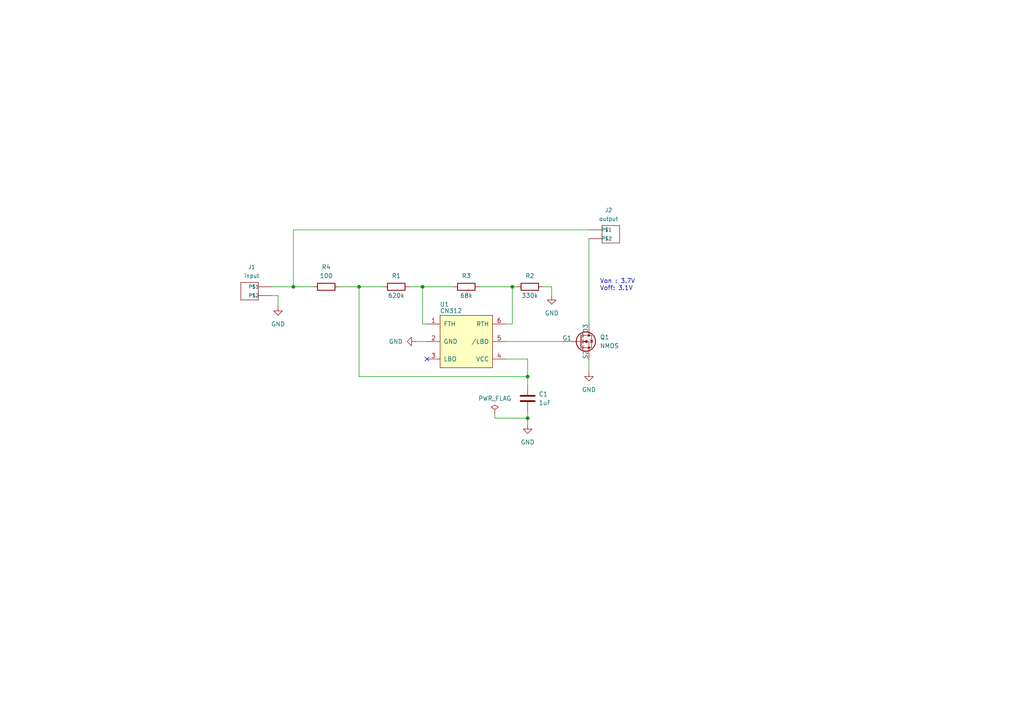
<source format=kicad_sch>
(kicad_sch (version 20230121) (generator eeschema)

  (uuid 54e23d45-07e5-4791-aa87-ee6c0baa9516)

  (paper "A4")

  (lib_symbols
    (symbol "OPL_Connector:CONN-HEADER-PH-SIDE-_2P-2.0MM_" (pin_numbers hide) (pin_names (offset 1.016)) (in_bom yes) (on_board yes)
      (property "Reference" "J" (at -3.81 3.81 0)
        (effects (font (size 1.143 1.143)) (justify left bottom))
      )
      (property "Value" "CONN-HEADER-PH-SIDE-_2P-2.0MM_" (at 2.54 3.81 0)
        (effects (font (size 1.143 1.143)) (justify left bottom))
      )
      (property "Footprint" "" (at 0 0 0)
        (effects (font (size 1.27 1.27)) hide)
      )
      (property "Datasheet" "" (at 0 0 0)
        (effects (font (size 1.27 1.27)) hide)
      )
      (property "SKU" "320110027" (at 0.762 3.81 0)
        (effects (font (size 0.508 0.508)) hide)
      )
      (property "ki_locked" "" (at 0 0 0)
        (effects (font (size 1.27 1.27)))
      )
      (property "ki_fp_filters" "*H2-2.0-90D*" (at 0 0 0)
        (effects (font (size 1.27 1.27)) hide)
      )
      (symbol "CONN-HEADER-PH-SIDE-_2P-2.0MM__1_0"
        (polyline
          (pts
            (xy 0 -1.27)
            (xy 1.27 -1.27)
          )
          (stroke (width 0) (type solid))
          (fill (type none))
        )
        (polyline
          (pts
            (xy 0 1.27)
            (xy 1.27 1.27)
          )
          (stroke (width 0) (type solid))
          (fill (type none))
        )
        (polyline
          (pts
            (xy 1.27 -2.54)
            (xy 1.27 -1.27)
          )
          (stroke (width 0) (type solid))
          (fill (type none))
        )
        (polyline
          (pts
            (xy 1.27 -1.27)
            (xy 1.27 1.27)
          )
          (stroke (width 0) (type solid))
          (fill (type none))
        )
        (polyline
          (pts
            (xy 1.27 1.27)
            (xy 1.27 2.54)
          )
          (stroke (width 0) (type solid))
          (fill (type none))
        )
        (polyline
          (pts
            (xy 1.27 2.54)
            (xy 6.35 2.54)
          )
          (stroke (width 0) (type solid))
          (fill (type none))
        )
        (polyline
          (pts
            (xy 6.35 -2.54)
            (xy 1.27 -2.54)
          )
          (stroke (width 0) (type solid))
          (fill (type none))
        )
        (polyline
          (pts
            (xy 6.35 2.54)
            (xy 6.35 -2.54)
          )
          (stroke (width 0) (type solid))
          (fill (type none))
        )
      )
      (symbol "CONN-HEADER-PH-SIDE-_2P-2.0MM__1_1"
        (pin bidirectional line (at -2.54 1.27 0) (length 2.54)
          (name "P$1" (effects (font (size 1.016 1.016))))
          (number "1" (effects (font (size 1.016 1.016))))
        )
        (pin bidirectional line (at -2.54 -1.27 0) (length 2.54)
          (name "P$2" (effects (font (size 1.016 1.016))))
          (number "2" (effects (font (size 1.016 1.016))))
        )
      )
    )
    (symbol "myLib:CN312" (pin_names (offset 1.016)) (in_bom yes) (on_board yes)
      (property "Reference" "U" (at 0 11.43 0)
        (effects (font (size 1.27 1.27)))
      )
      (property "Value" "CN312" (at 0 8.89 0)
        (effects (font (size 1.27 1.27)))
      )
      (property "Footprint" "Package_TO_SOT_SMD:SOT-23-6_Handsoldering" (at -1.27 -2.54 0)
        (effects (font (size 0.762 0.762) italic) hide)
      )
      (property "Datasheet" "" (at 0 0 0)
        (effects (font (size 1.524 1.524)))
      )
      (symbol "CN312_0_1"
        (rectangle (start -7.62 7.62) (end 7.62 -7.62)
          (stroke (width 0) (type default))
          (fill (type background))
        )
      )
      (symbol "CN312_1_1"
        (pin input line (at -11.43 5.08 0) (length 3.81)
          (name "FTH" (effects (font (size 1.27 1.27))))
          (number "1" (effects (font (size 1.27 1.27))))
        )
        (pin power_in line (at -11.43 0 0) (length 3.81)
          (name "GND" (effects (font (size 1.27 1.27))))
          (number "2" (effects (font (size 1.27 1.27))))
        )
        (pin output line (at -11.43 -5.08 0) (length 3.81)
          (name "LBO" (effects (font (size 1.27 1.27))))
          (number "3" (effects (font (size 1.27 1.27))))
        )
        (pin input line (at 11.43 -5.08 180) (length 3.81)
          (name "VCC" (effects (font (size 1.27 1.27))))
          (number "4" (effects (font (size 1.27 1.27))))
        )
        (pin output line (at 11.43 0 180) (length 3.81)
          (name "/LBO" (effects (font (size 1.27 1.27))))
          (number "5" (effects (font (size 1.27 1.27))))
        )
        (pin input line (at 11.43 5.08 180) (length 3.81)
          (name "RTH" (effects (font (size 1.27 1.27))))
          (number "6" (effects (font (size 1.27 1.27))))
        )
      )
    )
    (symbol "myLib:C_0805" (pin_numbers hide) (pin_names (offset 0.254)) (in_bom yes) (on_board yes)
      (property "Reference" "C" (at 0.635 2.54 0)
        (effects (font (size 1.27 1.27)) (justify left))
      )
      (property "Value" "C_0805" (at 0.635 -2.54 0)
        (effects (font (size 1.27 1.27)) (justify left))
      )
      (property "Footprint" "Capacitor_SMD:C_0805_2012Metric_Pad1.18x1.45mm_HandSolder" (at 0.9652 -3.81 0)
        (effects (font (size 1.27 1.27)) hide)
      )
      (property "Datasheet" "~" (at 0 0 0)
        (effects (font (size 1.27 1.27)) hide)
      )
      (property "ki_keywords" "cap capacitor" (at 0 0 0)
        (effects (font (size 1.27 1.27)) hide)
      )
      (property "ki_description" "Unpolarized capacitor" (at 0 0 0)
        (effects (font (size 1.27 1.27)) hide)
      )
      (property "ki_fp_filters" "C_*" (at 0 0 0)
        (effects (font (size 1.27 1.27)) hide)
      )
      (symbol "C_0805_0_1"
        (polyline
          (pts
            (xy -2.032 -0.762)
            (xy 2.032 -0.762)
          )
          (stroke (width 0.508) (type default))
          (fill (type none))
        )
        (polyline
          (pts
            (xy -2.032 0.762)
            (xy 2.032 0.762)
          )
          (stroke (width 0.508) (type default))
          (fill (type none))
        )
      )
      (symbol "C_0805_1_1"
        (pin passive line (at 0 3.81 270) (length 2.794)
          (name "~" (effects (font (size 1.27 1.27))))
          (number "1" (effects (font (size 1.27 1.27))))
        )
        (pin passive line (at 0 -3.81 90) (length 2.794)
          (name "~" (effects (font (size 1.27 1.27))))
          (number "2" (effects (font (size 1.27 1.27))))
        )
      )
    )
    (symbol "myLib:NMOS_AFN2306A" (pin_numbers hide) (pin_names (offset 0)) (in_bom yes) (on_board yes)
      (property "Reference" "Q" (at 5.08 1.27 0)
        (effects (font (size 1.27 1.27)) (justify left))
      )
      (property "Value" "NMOS_AFN2306A" (at 5.08 -1.27 0)
        (effects (font (size 1.27 1.27)) (justify left))
      )
      (property "Footprint" "myLib:AFP2301AS_PMOS" (at 5.08 2.54 0)
        (effects (font (size 1.27 1.27)) hide)
      )
      (property "Datasheet" "https://ngspice.sourceforge.io/docs/ngspice-manual.pdf" (at 0 -12.7 0)
        (effects (font (size 1.27 1.27)) hide)
      )
      (property "Sim.Device" "NMOS" (at 0 -17.145 0)
        (effects (font (size 1.27 1.27)) hide)
      )
      (property "Sim.Type" "VDMOS" (at 0 -19.05 0)
        (effects (font (size 1.27 1.27)) hide)
      )
      (property "Sim.Pins" "1=D 2=G 3=S" (at 0 -15.24 0)
        (effects (font (size 1.27 1.27)) hide)
      )
      (property "ki_keywords" "transistor NMOS N-MOS N-MOSFET simulation" (at 0 0 0)
        (effects (font (size 1.27 1.27)) hide)
      )
      (property "ki_description" "N-MOSFET transistor, drain/source/gate" (at 0 0 0)
        (effects (font (size 1.27 1.27)) hide)
      )
      (symbol "NMOS_AFN2306A_0_1"
        (polyline
          (pts
            (xy 0.254 0)
            (xy -2.54 0)
          )
          (stroke (width 0) (type default))
          (fill (type none))
        )
        (polyline
          (pts
            (xy 0.254 1.905)
            (xy 0.254 -1.905)
          )
          (stroke (width 0.254) (type default))
          (fill (type none))
        )
        (polyline
          (pts
            (xy 0.762 -1.27)
            (xy 0.762 -2.286)
          )
          (stroke (width 0.254) (type default))
          (fill (type none))
        )
        (polyline
          (pts
            (xy 0.762 0.508)
            (xy 0.762 -0.508)
          )
          (stroke (width 0.254) (type default))
          (fill (type none))
        )
        (polyline
          (pts
            (xy 0.762 2.286)
            (xy 0.762 1.27)
          )
          (stroke (width 0.254) (type default))
          (fill (type none))
        )
        (polyline
          (pts
            (xy 2.54 2.54)
            (xy 2.54 1.778)
          )
          (stroke (width 0) (type default))
          (fill (type none))
        )
        (polyline
          (pts
            (xy 2.54 -2.54)
            (xy 2.54 0)
            (xy 0.762 0)
          )
          (stroke (width 0) (type default))
          (fill (type none))
        )
        (polyline
          (pts
            (xy 0.762 -1.778)
            (xy 3.302 -1.778)
            (xy 3.302 1.778)
            (xy 0.762 1.778)
          )
          (stroke (width 0) (type default))
          (fill (type none))
        )
        (polyline
          (pts
            (xy 1.016 0)
            (xy 2.032 0.381)
            (xy 2.032 -0.381)
            (xy 1.016 0)
          )
          (stroke (width 0) (type default))
          (fill (type outline))
        )
        (polyline
          (pts
            (xy 2.794 0.508)
            (xy 2.921 0.381)
            (xy 3.683 0.381)
            (xy 3.81 0.254)
          )
          (stroke (width 0) (type default))
          (fill (type none))
        )
        (polyline
          (pts
            (xy 3.302 0.381)
            (xy 2.921 -0.254)
            (xy 3.683 -0.254)
            (xy 3.302 0.381)
          )
          (stroke (width 0) (type default))
          (fill (type none))
        )
        (circle (center 1.651 0) (radius 2.794)
          (stroke (width 0.254) (type default))
          (fill (type none))
        )
        (circle (center 2.54 -1.778) (radius 0.254)
          (stroke (width 0) (type default))
          (fill (type outline))
        )
        (circle (center 2.54 1.778) (radius 0.254)
          (stroke (width 0) (type default))
          (fill (type outline))
        )
      )
      (symbol "NMOS_AFN2306A_1_1"
        (pin input line (at -5.08 0 0) (length 2.54)
          (name "G1" (effects (font (size 1.27 1.27))))
          (number "1" (effects (font (size 1.27 1.27))))
        )
        (pin passive line (at 2.54 -5.08 90) (length 2.54)
          (name "S2" (effects (font (size 1.27 1.27))))
          (number "2" (effects (font (size 1.27 1.27))))
        )
        (pin passive line (at 2.54 5.08 270) (length 2.54)
          (name "D3" (effects (font (size 1.27 1.27))))
          (number "3" (effects (font (size 1.27 1.27))))
        )
      )
    )
    (symbol "myLib:R_0805" (pin_numbers hide) (pin_names (offset 0)) (in_bom yes) (on_board yes)
      (property "Reference" "R" (at 2.032 0 90)
        (effects (font (size 1.27 1.27)))
      )
      (property "Value" "R_0805" (at -2.54 0 90)
        (effects (font (size 1.27 1.27)) hide)
      )
      (property "Footprint" "Resistor_SMD:R_0805_2012Metric_Pad1.20x1.40mm_HandSolder" (at -1.778 0 90)
        (effects (font (size 1.27 1.27)) hide)
      )
      (property "Datasheet" "~" (at 0 0 0)
        (effects (font (size 1.27 1.27)) hide)
      )
      (property "ki_keywords" "R res resistor" (at 0 0 0)
        (effects (font (size 1.27 1.27)) hide)
      )
      (property "ki_description" "Resistor" (at 0 0 0)
        (effects (font (size 1.27 1.27)) hide)
      )
      (property "ki_fp_filters" "R_*" (at 0 0 0)
        (effects (font (size 1.27 1.27)) hide)
      )
      (symbol "R_0805_0_1"
        (rectangle (start -1.016 -2.54) (end 1.016 2.54)
          (stroke (width 0.254) (type default))
          (fill (type none))
        )
      )
      (symbol "R_0805_1_1"
        (pin passive line (at 0 3.81 270) (length 1.27)
          (name "~" (effects (font (size 1.27 1.27))))
          (number "1" (effects (font (size 1.27 1.27))))
        )
        (pin passive line (at 0 -3.81 90) (length 1.27)
          (name "~" (effects (font (size 1.27 1.27))))
          (number "2" (effects (font (size 1.27 1.27))))
        )
      )
    )
    (symbol "power:GND" (power) (pin_names (offset 0)) (in_bom yes) (on_board yes)
      (property "Reference" "#PWR" (at 0 -6.35 0)
        (effects (font (size 1.27 1.27)) hide)
      )
      (property "Value" "GND" (at 0 -3.81 0)
        (effects (font (size 1.27 1.27)))
      )
      (property "Footprint" "" (at 0 0 0)
        (effects (font (size 1.27 1.27)) hide)
      )
      (property "Datasheet" "" (at 0 0 0)
        (effects (font (size 1.27 1.27)) hide)
      )
      (property "ki_keywords" "global power" (at 0 0 0)
        (effects (font (size 1.27 1.27)) hide)
      )
      (property "ki_description" "Power symbol creates a global label with name \"GND\" , ground" (at 0 0 0)
        (effects (font (size 1.27 1.27)) hide)
      )
      (symbol "GND_0_1"
        (polyline
          (pts
            (xy 0 0)
            (xy 0 -1.27)
            (xy 1.27 -1.27)
            (xy 0 -2.54)
            (xy -1.27 -1.27)
            (xy 0 -1.27)
          )
          (stroke (width 0) (type default))
          (fill (type none))
        )
      )
      (symbol "GND_1_1"
        (pin power_in line (at 0 0 270) (length 0) hide
          (name "GND" (effects (font (size 1.27 1.27))))
          (number "1" (effects (font (size 1.27 1.27))))
        )
      )
    )
    (symbol "power:PWR_FLAG" (power) (pin_numbers hide) (pin_names (offset 0) hide) (in_bom yes) (on_board yes)
      (property "Reference" "#FLG" (at 0 1.905 0)
        (effects (font (size 1.27 1.27)) hide)
      )
      (property "Value" "PWR_FLAG" (at 0 3.81 0)
        (effects (font (size 1.27 1.27)))
      )
      (property "Footprint" "" (at 0 0 0)
        (effects (font (size 1.27 1.27)) hide)
      )
      (property "Datasheet" "~" (at 0 0 0)
        (effects (font (size 1.27 1.27)) hide)
      )
      (property "ki_keywords" "flag power" (at 0 0 0)
        (effects (font (size 1.27 1.27)) hide)
      )
      (property "ki_description" "Special symbol for telling ERC where power comes from" (at 0 0 0)
        (effects (font (size 1.27 1.27)) hide)
      )
      (symbol "PWR_FLAG_0_0"
        (pin power_out line (at 0 0 90) (length 0)
          (name "pwr" (effects (font (size 1.27 1.27))))
          (number "1" (effects (font (size 1.27 1.27))))
        )
      )
      (symbol "PWR_FLAG_0_1"
        (polyline
          (pts
            (xy 0 0)
            (xy 0 1.27)
            (xy -1.016 1.905)
            (xy 0 2.54)
            (xy 1.016 1.905)
            (xy 0 1.27)
          )
          (stroke (width 0) (type default))
          (fill (type none))
        )
      )
    )
  )

  (junction (at 122.555 83.185) (diameter 0) (color 0 0 0 0)
    (uuid 1a7eef65-5d7c-4262-86ff-08264b769506)
  )
  (junction (at 148.59 83.185) (diameter 0) (color 0 0 0 0)
    (uuid 9ce17849-1f81-4d2f-83fe-5627e8d95e61)
  )
  (junction (at 153.035 109.22) (diameter 0) (color 0 0 0 0)
    (uuid aef3e5ab-a742-4999-a229-7b75a1d09e1f)
  )
  (junction (at 153.035 121.285) (diameter 0) (color 0 0 0 0)
    (uuid ef8048fd-9a96-4b72-967a-4a7084f037d1)
  )
  (junction (at 104.14 83.185) (diameter 0) (color 0 0 0 0)
    (uuid fbfe7358-ec57-4027-bbc1-bc74fc0abb1f)
  )
  (junction (at 85.09 83.185) (diameter 0) (color 0 0 0 0)
    (uuid fc532f49-d30c-4593-9725-95dfb3cd591b)
  )

  (no_connect (at 123.825 104.14) (uuid 304bf090-e99e-4b53-a72b-adf5e6cdf186))

  (wire (pts (xy 157.48 83.185) (xy 160.02 83.185))
    (stroke (width 0) (type default))
    (uuid 042fce4a-3ee0-4fac-b586-aa0945bf7355)
  )
  (wire (pts (xy 143.51 121.285) (xy 153.035 121.285))
    (stroke (width 0) (type default))
    (uuid 04937954-f33d-450a-9fa8-4d278c3abd28)
  )
  (wire (pts (xy 123.825 93.98) (xy 122.555 93.98))
    (stroke (width 0) (type default))
    (uuid 22238a2a-ee2e-48d3-b533-f30323925805)
  )
  (wire (pts (xy 153.035 121.285) (xy 153.035 123.19))
    (stroke (width 0) (type default))
    (uuid 22bf1454-02c2-4bf2-918f-672826a6c3b5)
  )
  (wire (pts (xy 153.035 104.14) (xy 153.035 109.22))
    (stroke (width 0) (type default))
    (uuid 3c5bc036-3185-4f66-be08-8ec8c4ffe354)
  )
  (wire (pts (xy 139.065 83.185) (xy 148.59 83.185))
    (stroke (width 0) (type default))
    (uuid 52ccee61-504d-4606-af85-c2d5eb43d835)
  )
  (wire (pts (xy 78.74 85.725) (xy 80.645 85.725))
    (stroke (width 0) (type default))
    (uuid 5d46200d-74b3-45bc-98be-a3f312de187d)
  )
  (wire (pts (xy 146.685 93.98) (xy 148.59 93.98))
    (stroke (width 0) (type default))
    (uuid 5f70caa4-4849-4ee5-ac4b-0b5dc90991fb)
  )
  (wire (pts (xy 85.09 83.185) (xy 85.09 66.675))
    (stroke (width 0) (type default))
    (uuid 6a7e2e1e-c5e6-4a22-991e-1817956bdb55)
  )
  (wire (pts (xy 104.14 83.185) (xy 111.125 83.185))
    (stroke (width 0) (type default))
    (uuid 7150336a-6417-4959-8ce6-7073aa21fe6b)
  )
  (wire (pts (xy 153.035 109.22) (xy 153.035 111.76))
    (stroke (width 0) (type default))
    (uuid 8123d31b-4f3f-48bb-b4fc-e93caa5c189e)
  )
  (wire (pts (xy 170.815 93.98) (xy 170.815 69.215))
    (stroke (width 0) (type default))
    (uuid 89e736bc-7297-4e04-9acf-ea85e00a110c)
  )
  (wire (pts (xy 153.035 119.38) (xy 153.035 121.285))
    (stroke (width 0) (type default))
    (uuid 8a077b1a-6901-48f3-8174-0a6af5d9a236)
  )
  (wire (pts (xy 148.59 83.185) (xy 149.86 83.185))
    (stroke (width 0) (type default))
    (uuid 8bf62455-0f5e-4d7a-a857-14249cfe4ad0)
  )
  (wire (pts (xy 143.51 120.015) (xy 143.51 121.285))
    (stroke (width 0) (type default))
    (uuid 8c570b02-2f8b-4a94-879e-549f77ec0829)
  )
  (wire (pts (xy 98.425 83.185) (xy 104.14 83.185))
    (stroke (width 0) (type default))
    (uuid 9aa9eb4c-15a8-4ae7-9c4a-d93fcb755a50)
  )
  (wire (pts (xy 122.555 83.185) (xy 122.555 93.98))
    (stroke (width 0) (type default))
    (uuid a5fcd713-583b-46d8-9ba3-f5055417f724)
  )
  (wire (pts (xy 120.65 99.06) (xy 123.825 99.06))
    (stroke (width 0) (type default))
    (uuid aaf8229d-c855-4301-a820-27281f64a6e1)
  )
  (wire (pts (xy 146.685 104.14) (xy 153.035 104.14))
    (stroke (width 0) (type default))
    (uuid afb5472a-f24f-4237-bd6e-40d383e2217e)
  )
  (wire (pts (xy 122.555 83.185) (xy 131.445 83.185))
    (stroke (width 0) (type default))
    (uuid bb016c0a-8048-41d0-b255-0ca560b728bd)
  )
  (wire (pts (xy 148.59 83.185) (xy 148.59 93.98))
    (stroke (width 0) (type default))
    (uuid c554cd31-cfb8-4363-a874-15b1eb0cb977)
  )
  (wire (pts (xy 146.685 99.06) (xy 163.195 99.06))
    (stroke (width 0) (type default))
    (uuid c71e92a2-0427-4703-8185-08285d560f21)
  )
  (wire (pts (xy 160.02 83.185) (xy 160.02 85.725))
    (stroke (width 0) (type default))
    (uuid cd5da802-946e-4945-a81b-0acc8d739a88)
  )
  (wire (pts (xy 153.035 109.22) (xy 104.14 109.22))
    (stroke (width 0) (type default))
    (uuid cf899796-ed80-419b-8d2e-d4ac85dae480)
  )
  (wire (pts (xy 118.745 83.185) (xy 122.555 83.185))
    (stroke (width 0) (type default))
    (uuid d8fa938e-c717-4c3d-b72d-4d8f160e76b9)
  )
  (wire (pts (xy 170.815 104.14) (xy 170.815 107.95))
    (stroke (width 0) (type default))
    (uuid e463f94b-1d42-4747-a864-e32df3046b2a)
  )
  (wire (pts (xy 78.74 83.185) (xy 85.09 83.185))
    (stroke (width 0) (type default))
    (uuid e92a1fe4-297d-4e18-b1e2-d0f4f2c404b4)
  )
  (wire (pts (xy 85.09 83.185) (xy 90.805 83.185))
    (stroke (width 0) (type default))
    (uuid f2c7d55e-c9dd-46b2-a2d9-e5865cc9efd3)
  )
  (wire (pts (xy 80.645 85.725) (xy 80.645 88.9))
    (stroke (width 0) (type default))
    (uuid fcb9e94a-f72c-41f5-95e4-f84606b4be79)
  )
  (wire (pts (xy 85.09 66.675) (xy 170.815 66.675))
    (stroke (width 0) (type default))
    (uuid fd793c7e-c78a-4838-ae66-3ed101ad79d5)
  )
  (wire (pts (xy 104.14 109.22) (xy 104.14 83.185))
    (stroke (width 0) (type default))
    (uuid fe079257-7d34-4a96-bddc-316ffe880533)
  )

  (text "Von : 3.7V\nVoff: 3.1V" (at 173.99 84.455 0)
    (effects (font (size 1.27 1.27)) (justify left bottom))
    (uuid 28f42d42-1170-42e6-ab8b-71b1444bbb55)
  )

  (symbol (lib_id "myLib:CN312") (at 135.255 99.06 0) (unit 1)
    (in_bom yes) (on_board yes) (dnp no)
    (uuid 17966066-537b-4e15-92f8-c69960495cad)
    (property "Reference" "U1" (at 128.905 88.265 0)
      (effects (font (size 1.27 1.27)))
    )
    (property "Value" "CN312" (at 130.81 90.17 0)
      (effects (font (size 1.27 1.27)))
    )
    (property "Footprint" "Package_TO_SOT_SMD:SOT-23-6_Handsoldering" (at 133.985 101.6 0)
      (effects (font (size 0.762 0.762) italic) hide)
    )
    (property "Datasheet" "" (at 135.255 99.06 0)
      (effects (font (size 1.524 1.524)))
    )
    (pin "3" (uuid f74d33d8-b23b-4223-8eb3-9b6b2ea7e016))
    (pin "4" (uuid 03028b5b-9f3e-437d-afd6-0e6679d95160))
    (pin "6" (uuid a50a0356-dfb1-4f67-a1bb-25037d101f60))
    (pin "1" (uuid 3636c9ec-9a41-45e9-b1ce-c3d060a78570))
    (pin "2" (uuid 481ee366-0d7b-4c61-9602-1f97c7e9371f))
    (pin "5" (uuid 7f580943-1a33-4ee6-962b-40357d79b167))
    (instances
      (project "CN312"
        (path "/54e23d45-07e5-4791-aa87-ee6c0baa9516"
          (reference "U1") (unit 1)
        )
      )
    )
  )

  (symbol (lib_id "power:GND") (at 160.02 85.725 0) (unit 1)
    (in_bom yes) (on_board yes) (dnp no) (fields_autoplaced)
    (uuid 2bd4ae8b-4e24-427e-b6ff-15626f2a2e8a)
    (property "Reference" "#PWR05" (at 160.02 92.075 0)
      (effects (font (size 1.27 1.27)) hide)
    )
    (property "Value" "GND" (at 160.02 90.805 0)
      (effects (font (size 1.27 1.27)))
    )
    (property "Footprint" "" (at 160.02 85.725 0)
      (effects (font (size 1.27 1.27)) hide)
    )
    (property "Datasheet" "" (at 160.02 85.725 0)
      (effects (font (size 1.27 1.27)) hide)
    )
    (pin "1" (uuid 592fd2d3-9979-45ee-9add-dbb23f56c6f9))
    (instances
      (project "CN312"
        (path "/54e23d45-07e5-4791-aa87-ee6c0baa9516"
          (reference "#PWR05") (unit 1)
        )
      )
    )
  )

  (symbol (lib_id "power:GND") (at 153.035 123.19 0) (unit 1)
    (in_bom yes) (on_board yes) (dnp no) (fields_autoplaced)
    (uuid 3525c85d-4855-43aa-9543-963a57bda891)
    (property "Reference" "#PWR04" (at 153.035 129.54 0)
      (effects (font (size 1.27 1.27)) hide)
    )
    (property "Value" "GND" (at 153.035 128.27 0)
      (effects (font (size 1.27 1.27)))
    )
    (property "Footprint" "" (at 153.035 123.19 0)
      (effects (font (size 1.27 1.27)) hide)
    )
    (property "Datasheet" "" (at 153.035 123.19 0)
      (effects (font (size 1.27 1.27)) hide)
    )
    (pin "1" (uuid 388636a2-63a8-4237-9f0e-6779b6a0c214))
    (instances
      (project "CN312"
        (path "/54e23d45-07e5-4791-aa87-ee6c0baa9516"
          (reference "#PWR04") (unit 1)
        )
      )
    )
  )

  (symbol (lib_id "power:PWR_FLAG") (at 143.51 120.015 0) (unit 1)
    (in_bom yes) (on_board yes) (dnp no) (fields_autoplaced)
    (uuid 3a2cd7aa-ab25-4042-862a-93ffbf0e9809)
    (property "Reference" "#FLG01" (at 143.51 118.11 0)
      (effects (font (size 1.27 1.27)) hide)
    )
    (property "Value" "PWR_FLAG" (at 143.51 115.57 0)
      (effects (font (size 1.27 1.27)))
    )
    (property "Footprint" "" (at 143.51 120.015 0)
      (effects (font (size 1.27 1.27)) hide)
    )
    (property "Datasheet" "~" (at 143.51 120.015 0)
      (effects (font (size 1.27 1.27)) hide)
    )
    (pin "1" (uuid a2b06e26-907d-44a6-923a-e7e06c17be4d))
    (instances
      (project "CN312"
        (path "/54e23d45-07e5-4791-aa87-ee6c0baa9516"
          (reference "#FLG01") (unit 1)
        )
      )
    )
  )

  (symbol (lib_id "myLib:NMOS_AFN2306A") (at 168.275 99.06 0) (unit 1)
    (in_bom yes) (on_board yes) (dnp no) (fields_autoplaced)
    (uuid 48db27c7-ae4f-42d4-acde-74071bf6cc12)
    (property "Reference" "Q1" (at 173.99 97.79 0)
      (effects (font (size 1.27 1.27)) (justify left))
    )
    (property "Value" "NMOS" (at 173.99 100.33 0)
      (effects (font (size 1.27 1.27)) (justify left))
    )
    (property "Footprint" "myLib:AFP2301AS_PMOS" (at 173.355 96.52 0)
      (effects (font (size 1.27 1.27)) hide)
    )
    (property "Datasheet" "https://ngspice.sourceforge.io/docs/ngspice-manual.pdf" (at 168.275 111.76 0)
      (effects (font (size 1.27 1.27)) hide)
    )
    (property "Sim.Device" "NMOS" (at 168.275 116.205 0)
      (effects (font (size 1.27 1.27)) hide)
    )
    (property "Sim.Type" "VDMOS" (at 168.275 118.11 0)
      (effects (font (size 1.27 1.27)) hide)
    )
    (property "Sim.Pins" "1=D 2=G 3=S" (at 168.275 114.3 0)
      (effects (font (size 1.27 1.27)) hide)
    )
    (pin "3" (uuid 589e7bf1-6c78-40eb-af37-f44e01fa0914))
    (pin "2" (uuid a238c28a-61e9-4474-bd9b-b3385a01b0ef))
    (pin "1" (uuid b475dec4-b513-459c-bf0b-2313a0f5a627))
    (instances
      (project "CN312"
        (path "/54e23d45-07e5-4791-aa87-ee6c0baa9516"
          (reference "Q1") (unit 1)
        )
      )
    )
  )

  (symbol (lib_id "myLib:R_0805") (at 135.255 83.185 90) (unit 1)
    (in_bom yes) (on_board yes) (dnp no) (fields_autoplaced)
    (uuid 67d897d4-a6e7-4359-846d-9f06398c4090)
    (property "Reference" "R3" (at 135.255 80.01 90)
      (effects (font (size 1.27 1.27)))
    )
    (property "Value" "68k" (at 135.255 85.725 90)
      (effects (font (size 1.27 1.27)))
    )
    (property "Footprint" "Resistor_SMD:R_0805_2012Metric_Pad1.20x1.40mm_HandSolder" (at 135.255 84.963 90)
      (effects (font (size 1.27 1.27)) hide)
    )
    (property "Datasheet" "~" (at 135.255 83.185 0)
      (effects (font (size 1.27 1.27)) hide)
    )
    (pin "1" (uuid 991109ea-b7e3-43e9-b9b5-0cc8afd72da7))
    (pin "2" (uuid 1d96e387-061c-4c6c-8126-5b8368a05b4d))
    (instances
      (project "CN312"
        (path "/54e23d45-07e5-4791-aa87-ee6c0baa9516"
          (reference "R3") (unit 1)
        )
      )
    )
  )

  (symbol (lib_id "power:GND") (at 170.815 107.95 0) (unit 1)
    (in_bom yes) (on_board yes) (dnp no) (fields_autoplaced)
    (uuid 68da187e-d935-4933-837a-181547f3c610)
    (property "Reference" "#PWR03" (at 170.815 114.3 0)
      (effects (font (size 1.27 1.27)) hide)
    )
    (property "Value" "GND" (at 170.815 113.03 0)
      (effects (font (size 1.27 1.27)))
    )
    (property "Footprint" "" (at 170.815 107.95 0)
      (effects (font (size 1.27 1.27)) hide)
    )
    (property "Datasheet" "" (at 170.815 107.95 0)
      (effects (font (size 1.27 1.27)) hide)
    )
    (pin "1" (uuid 9bc39572-be24-4998-b428-cc5ca04da021))
    (instances
      (project "CN312"
        (path "/54e23d45-07e5-4791-aa87-ee6c0baa9516"
          (reference "#PWR03") (unit 1)
        )
      )
    )
  )

  (symbol (lib_id "myLib:R_0805") (at 94.615 83.185 90) (unit 1)
    (in_bom yes) (on_board yes) (dnp no) (fields_autoplaced)
    (uuid 7af7d034-c036-4cb8-9af8-7215715ca5fa)
    (property "Reference" "R4" (at 94.615 77.47 90)
      (effects (font (size 1.27 1.27)))
    )
    (property "Value" "100" (at 94.615 80.01 90)
      (effects (font (size 1.27 1.27)))
    )
    (property "Footprint" "Resistor_SMD:R_0805_2012Metric_Pad1.20x1.40mm_HandSolder" (at 94.615 84.963 90)
      (effects (font (size 1.27 1.27)) hide)
    )
    (property "Datasheet" "~" (at 94.615 83.185 0)
      (effects (font (size 1.27 1.27)) hide)
    )
    (pin "1" (uuid d23012aa-7ad8-4a7a-a275-1344e646b129))
    (pin "2" (uuid 8ff81e51-526b-4ccc-8f3d-5250ba3cf589))
    (instances
      (project "CN312"
        (path "/54e23d45-07e5-4791-aa87-ee6c0baa9516"
          (reference "R4") (unit 1)
        )
      )
    )
  )

  (symbol (lib_id "myLib:R_0805") (at 153.67 83.185 90) (unit 1)
    (in_bom yes) (on_board yes) (dnp no) (fields_autoplaced)
    (uuid 8838a174-8b40-445e-88ab-2703cc664e0a)
    (property "Reference" "R2" (at 153.67 80.01 90)
      (effects (font (size 1.27 1.27)))
    )
    (property "Value" "330k" (at 153.67 85.725 90)
      (effects (font (size 1.27 1.27)))
    )
    (property "Footprint" "Resistor_SMD:R_0805_2012Metric_Pad1.20x1.40mm_HandSolder" (at 153.67 84.963 90)
      (effects (font (size 1.27 1.27)) hide)
    )
    (property "Datasheet" "~" (at 153.67 83.185 0)
      (effects (font (size 1.27 1.27)) hide)
    )
    (pin "1" (uuid 8f86d39a-9c37-4aa8-9e08-37f78257ec96))
    (pin "2" (uuid d2a0c8b5-054e-4a65-b669-ea23a6019458))
    (instances
      (project "CN312"
        (path "/54e23d45-07e5-4791-aa87-ee6c0baa9516"
          (reference "R2") (unit 1)
        )
      )
    )
  )

  (symbol (lib_id "power:GND") (at 120.65 99.06 270) (unit 1)
    (in_bom yes) (on_board yes) (dnp no) (fields_autoplaced)
    (uuid 94f4d07e-2bdf-4942-831a-e59d062eb946)
    (property "Reference" "#PWR01" (at 114.3 99.06 0)
      (effects (font (size 1.27 1.27)) hide)
    )
    (property "Value" "GND" (at 116.84 99.06 90)
      (effects (font (size 1.27 1.27)) (justify right))
    )
    (property "Footprint" "" (at 120.65 99.06 0)
      (effects (font (size 1.27 1.27)) hide)
    )
    (property "Datasheet" "" (at 120.65 99.06 0)
      (effects (font (size 1.27 1.27)) hide)
    )
    (pin "1" (uuid b76d5c5b-c2df-45ff-b415-1956d71dfcd3))
    (instances
      (project "CN312"
        (path "/54e23d45-07e5-4791-aa87-ee6c0baa9516"
          (reference "#PWR01") (unit 1)
        )
      )
    )
  )

  (symbol (lib_id "power:GND") (at 80.645 88.9 0) (unit 1)
    (in_bom yes) (on_board yes) (dnp no) (fields_autoplaced)
    (uuid 9c6558d6-14b4-4c9b-ae93-fcff841eeee9)
    (property "Reference" "#PWR02" (at 80.645 95.25 0)
      (effects (font (size 1.27 1.27)) hide)
    )
    (property "Value" "GND" (at 80.645 93.98 0)
      (effects (font (size 1.27 1.27)))
    )
    (property "Footprint" "" (at 80.645 88.9 0)
      (effects (font (size 1.27 1.27)) hide)
    )
    (property "Datasheet" "" (at 80.645 88.9 0)
      (effects (font (size 1.27 1.27)) hide)
    )
    (pin "1" (uuid fa2c3e51-ea27-4e92-a200-2781d588bfdb))
    (instances
      (project "CN312"
        (path "/54e23d45-07e5-4791-aa87-ee6c0baa9516"
          (reference "#PWR02") (unit 1)
        )
      )
    )
  )

  (symbol (lib_id "OPL_Connector:CONN-HEADER-PH-SIDE-_2P-2.0MM_") (at 173.355 67.945 0) (unit 1)
    (in_bom yes) (on_board yes) (dnp no)
    (uuid abb8eac4-d76b-487a-99f6-67fa136ed556)
    (property "Reference" "J2" (at 176.53 60.96 0)
      (effects (font (size 1.143 1.143)))
    )
    (property "Value" "output" (at 176.53 63.5 0)
      (effects (font (size 1.143 1.143)))
    )
    (property "Footprint" "Connector_JST:JST_PH_B2B-PH-K_1x02_P2.00mm_Vertical" (at 173.355 67.945 0)
      (effects (font (size 1.27 1.27)) hide)
    )
    (property "Datasheet" "" (at 173.355 67.945 0)
      (effects (font (size 1.27 1.27)) hide)
    )
    (property "SKU" "320110027" (at 174.117 64.135 0)
      (effects (font (size 0.508 0.508)) hide)
    )
    (pin "1" (uuid 0668221b-c2cc-4261-9ddc-4e6c9e891be0))
    (pin "2" (uuid c8ae30dd-4136-4203-8a96-d9c88b86e2d0))
    (instances
      (project "CN312"
        (path "/54e23d45-07e5-4791-aa87-ee6c0baa9516"
          (reference "J2") (unit 1)
        )
      )
    )
  )

  (symbol (lib_id "myLib:C_0805") (at 153.035 115.57 0) (unit 1)
    (in_bom yes) (on_board yes) (dnp no) (fields_autoplaced)
    (uuid bcd30ce2-0620-4ddf-b4d7-6c1225e55c53)
    (property "Reference" "C1" (at 156.21 114.3 0)
      (effects (font (size 1.27 1.27)) (justify left))
    )
    (property "Value" "1uF" (at 156.21 116.84 0)
      (effects (font (size 1.27 1.27)) (justify left))
    )
    (property "Footprint" "Capacitor_SMD:C_0805_2012Metric_Pad1.18x1.45mm_HandSolder" (at 154.0002 119.38 0)
      (effects (font (size 1.27 1.27)) hide)
    )
    (property "Datasheet" "~" (at 153.035 115.57 0)
      (effects (font (size 1.27 1.27)) hide)
    )
    (pin "1" (uuid e23be4c4-49b2-4972-b7e8-f5f1e38f9d2f))
    (pin "2" (uuid 1712f956-4246-46b0-bd4f-1edca1429695))
    (instances
      (project "CN312"
        (path "/54e23d45-07e5-4791-aa87-ee6c0baa9516"
          (reference "C1") (unit 1)
        )
      )
    )
  )

  (symbol (lib_id "OPL_Connector:CONN-HEADER-PH-SIDE-_2P-2.0MM_") (at 76.2 84.455 0) (mirror y) (unit 1)
    (in_bom yes) (on_board yes) (dnp no) (fields_autoplaced)
    (uuid bd56f481-a7dc-40bd-8eaa-e3cd843e5fba)
    (property "Reference" "J1" (at 73.025 77.47 0)
      (effects (font (size 1.143 1.143)))
    )
    (property "Value" "input" (at 73.025 80.01 0)
      (effects (font (size 1.143 1.143)))
    )
    (property "Footprint" "Connector_JST:JST_PH_B2B-PH-K_1x02_P2.00mm_Vertical" (at 76.2 84.455 0)
      (effects (font (size 1.27 1.27)) hide)
    )
    (property "Datasheet" "" (at 76.2 84.455 0)
      (effects (font (size 1.27 1.27)) hide)
    )
    (property "SKU" "320110027" (at 75.438 80.645 0)
      (effects (font (size 0.508 0.508)) hide)
    )
    (pin "1" (uuid 8df3e6fe-88d5-4114-8b69-7ecdbf642312))
    (pin "2" (uuid 03ae0192-1550-4e93-951f-70d69918a914))
    (instances
      (project "CN312"
        (path "/54e23d45-07e5-4791-aa87-ee6c0baa9516"
          (reference "J1") (unit 1)
        )
      )
    )
  )

  (symbol (lib_id "myLib:R_0805") (at 114.935 83.185 90) (unit 1)
    (in_bom yes) (on_board yes) (dnp no) (fields_autoplaced)
    (uuid eed4047c-36f1-4cf1-b816-cbe146134102)
    (property "Reference" "R1" (at 114.935 80.01 90)
      (effects (font (size 1.27 1.27)))
    )
    (property "Value" "620k" (at 114.935 85.725 90)
      (effects (font (size 1.27 1.27)))
    )
    (property "Footprint" "Resistor_SMD:R_0805_2012Metric_Pad1.20x1.40mm_HandSolder" (at 114.935 84.963 90)
      (effects (font (size 1.27 1.27)) hide)
    )
    (property "Datasheet" "~" (at 114.935 83.185 0)
      (effects (font (size 1.27 1.27)) hide)
    )
    (pin "1" (uuid b37771cb-c9c2-448a-9ff5-bb4c28c2f6d3))
    (pin "2" (uuid c439adce-e6d1-4b75-91ce-81512cac8a3f))
    (instances
      (project "CN312"
        (path "/54e23d45-07e5-4791-aa87-ee6c0baa9516"
          (reference "R1") (unit 1)
        )
      )
    )
  )

  (sheet_instances
    (path "/" (page "1"))
  )
)

</source>
